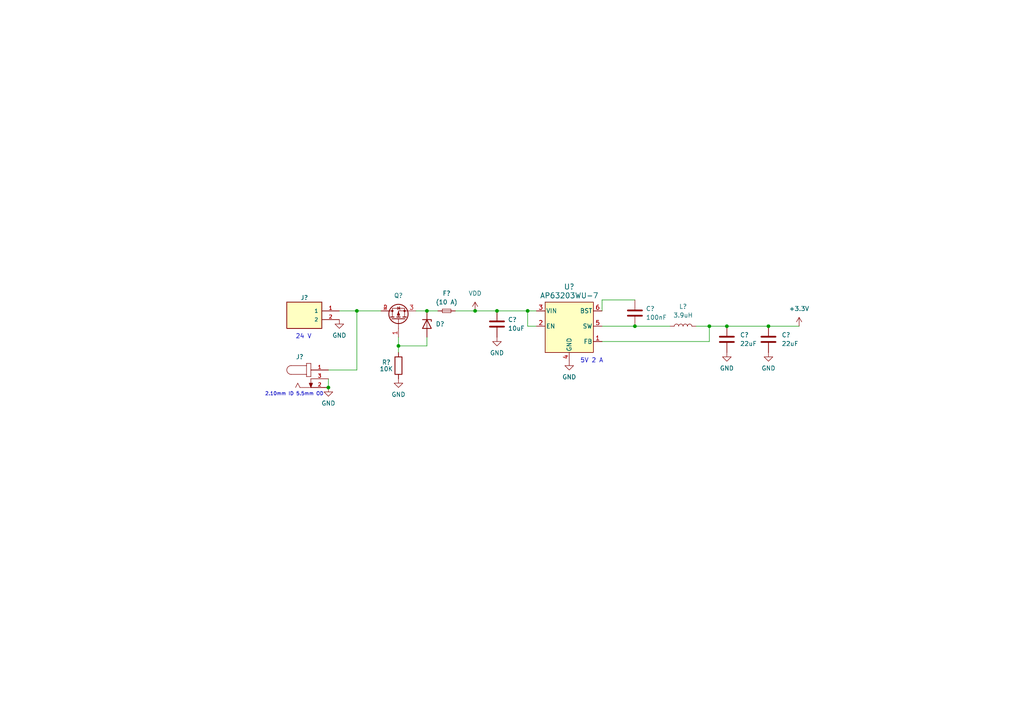
<source format=kicad_sch>
(kicad_sch (version 20230121) (generator eeschema)
  (paper "A4")
  (lib_symbols
    (symbol "Device:C" (pin_numbers hide) (pin_names (offset 0.254))
      (property "Reference" "C" (at 0.635 2.54 0))
      (property "Value" "C" (at 0.635 -2.54 0))
      (symbol "C_0_1"
        (polyline (pts (xy -2.032 -0.762) (xy 2.032 -0.762)) (stroke (width 0.508)))
        (polyline (pts (xy -2.032 0.762) (xy 2.032 0.762)) (stroke (width 0.508)))
      )
      (symbol "C_1_1"
        (pin passive line (at 0 3.81 270) (length 2.794) (name "~") (number "1"))
        (pin passive line (at 0 -3.81 90) (length 2.794) (name "~") (number "2"))
      )
    )
    (symbol "Device:D_Zener" (pin_numbers hide) (pin_names (offset 1.016) hide)
      (property "Reference" "D" (at 0 2.54 0))
      (property "Value" "D_Zener" (at 0 -2.54 0))
      (symbol "D_Zener_0_1"
        (polyline (pts (xy 1.27 0) (xy -1.27 0)))
        (polyline (pts (xy -1.27 -1.27) (xy -1.27 1.27) (xy -0.762 1.27)) (stroke (width 0.254)))
        (polyline (pts (xy 1.27 -1.27) (xy 1.27 1.27) (xy -1.27 0) (xy 1.27 -1.27)) (stroke (width 0.254)))
      )
      (symbol "D_Zener_1_1"
        (pin passive line (at -3.81 0 0) (length 2.54) (name "K") (number "1"))
        (pin passive line (at 3.81 0 180) (length 2.54) (name "A") (number "2"))
      )
    )
    (symbol "Device:Fuse_Small" (pin_numbers hide) (pin_names (offset 0.254) hide)
      (property "Reference" "F" (at 0 -1.524 0))
      (property "Value" "Fuse_Small" (at 0 1.524 0))
      (symbol "Fuse_Small_0_1"
        (rectangle (start -1.27 0.508) (end 1.27 -0.508))
        (polyline (pts (xy -1.27 0) (xy 1.27 0)))
      )
      (symbol "Fuse_Small_1_1"
        (pin passive line (at -2.54 0 0) (length 1.27) (name "~") (number "1"))
        (pin passive line (at 2.54 0 180) (length 1.27) (name "~") (number "2"))
      )
    )
    (symbol "Device:L" (pin_numbers hide) (pin_names (offset 1.016) hide)
      (property "Reference" "L" (at -1.27 0 90))
      (property "Value" "L" (at 1.905 0 90))
      (symbol "L_0_1"
        (arc (start 0 -2.54) (mid 0.6323 -1.905) (end 0 -1.27))
        (arc (start 0 -1.27) (mid 0.6323 -0.635) (end 0 0))
        (arc (start 0 0) (mid 0.6323 0.635) (end 0 1.27))
        (arc (start 0 1.27) (mid 0.6323 1.905) (end 0 2.54))
      )
      (symbol "L_1_1"
        (pin passive line (at 0 3.81 270) (length 1.27) (name "1") (number "1"))
        (pin passive line (at 0 -3.81 90) (length 1.27) (name "2") (number "2"))
      )
    )
    (symbol "Device:R" (pin_numbers hide) (pin_names (offset 0))
      (property "Reference" "R" (at 2.032 0 90))
      (property "Value" "R" (at 0 0 90))
      (symbol "R_0_1"
        (rectangle (start -1.016 -2.54) (end 1.016 2.54) (stroke (width 0.254)))
      )
      (symbol "R_1_1"
        (pin passive line (at 0 3.81 270) (length 1.27) (name "~") (number "1"))
        (pin passive line (at 0 -3.81 90) (length 1.27) (name "~") (number "2"))
      )
    )
    (symbol "connectors:PJ-002A" (pin_names (offset 1.016))
      (property "Reference" "J" (at -7.6212 5.0808 0))
      (property "Value" "PJ-002A" (at -7.6324 -5.0882 0))
      (symbol "PJ-002A_0_0"
        (arc (start -5.715 3.81) (mid -6.9795 2.54) (end -5.715 1.27) (stroke (width 0.1524)))
        (polyline (pts (xy -5.715 3.81) (xy -1.27 3.81)) (stroke (width 0.1524)))
        (polyline (pts (xy -3.81 -1.27) (xy -4.445 -2.54)) (stroke (width 0.1524)))
        (polyline (pts (xy -3.175 -2.54) (xy -3.81 -1.27)) (stroke (width 0.1524)))
        (polyline (pts (xy -1.27 0.635) (xy 0 0.635)) (stroke (width 0.1524)))
        (polyline (pts (xy -1.27 1.27) (xy -5.715 1.27)) (stroke (width 0.1524)))
        (polyline (pts (xy -1.27 1.27) (xy -1.27 0.635)) (stroke (width 0.1524)))
        (polyline (pts (xy -1.27 3.81) (xy -1.27 1.27)) (stroke (width 0.1524)))
        (polyline (pts (xy -1.27 4.445) (xy -1.27 3.81)) (stroke (width 0.1524)))
        (polyline (pts (xy 0 -2.54) (xy -3.175 -2.54)) (stroke (width 0.1524)))
        (polyline (pts (xy 0 0) (xy 0 -2.54)) (stroke (width 0.1524)))
        (polyline (pts (xy 0 0.635) (xy 0 4.445)) (stroke (width 0.1524)))
        (polyline (pts (xy 0 4.445) (xy -1.27 4.445)) (stroke (width 0.1524)))
        (polyline (pts (xy 0 -2.54) (xy -0.508 -1.27) (xy 0.508 -1.27) (xy 0 -2.54)) (stroke (width 0.1524)) (fill (type outline)))
        (pin passive line (at 5.08 2.54 180) (length 5.08) (name "~") (number "1"))
        (pin passive line (at 5.08 -2.54 180) (length 5.08) (name "~") (number "2"))
        (pin passive line (at 5.08 0 180) (length 5.08) (name "~") (number "3"))
      )
    )
    (symbol "connectors:TBP02R2-381-02BE" (pin_names (offset 1.016))
      (property "Reference" "J" (at -5.58 5.08 0))
      (property "Value" "TBP02R2-381-02BE" (at -5.08 -5.08 0))
      (symbol "TBP02R2-381-02BE_0_0"
        (rectangle (start -5.08 -2.54) (end 5.08 5.08) (stroke (width 0.254)) (fill (type background)))
        (pin passive line (at -10.16 2.54 0) (length 5.08) (name "1") (number "1"))
        (pin passive line (at -10.16 0 0) (length 5.08) (name "2") (number "2"))
      )
    )
    (symbol "ldo:AP63205WU-7" (pin_names (offset 0.254))
      (property "Reference" "U" (at 20.32 10.16 0))
      (property "Value" "AP63205WU-7" (at 20.32 7.62 0))
      (symbol "AP63205WU-7_1_1"
        (rectangle (start 6.985 5.08) (end 20.955 -9.525) (stroke (width 0.2)) (fill (type background)))
        (pin input line (at 23.495 -6.35 180) (length 2.54) (name "FB") (number "1"))
        (pin input line (at 4.445 -1.905 0) (length 2.54) (name "EN") (number "2"))
        (pin power_in line (at 4.445 2.54 0) (length 2.54) (name "VIN") (number "3"))
        (pin power_out line (at 13.97 -12.065 90) (length 2.54) (name "GND") (number "4"))
        (pin output line (at 23.495 -1.905 180) (length 2.54) (name "SW") (number "5"))
        (pin input line (at 23.495 2.54 180) (length 2.54) (name "BST") (number "6"))
      )
    )
    (symbol "mosfets:DMP6023LE"
      (property "Reference" "Q" (at 0 0 0))
      (symbol "DMP6023LE_0_1"
        (polyline (pts (xy 3.429 -3.175) (xy 0.635 -3.175)))
        (polyline (pts (xy 3.429 -1.27) (xy 3.429 -5.08)) (stroke (width 0.254)))
        (polyline (pts (xy 3.937 -4.445) (xy 3.937 -5.461)) (stroke (width 0.254)))
        (polyline (pts (xy 3.937 -2.667) (xy 3.937 -3.683)) (stroke (width 0.254)))
        (polyline (pts (xy 3.937 -0.889) (xy 3.937 -1.905)) (stroke (width 0.254)))
        (polyline (pts (xy 5.715 -0.635) (xy 5.715 -1.397)))
        (polyline (pts (xy 5.715 -5.715) (xy 5.715 -3.175) (xy 3.937 -3.175)))
        (polyline (pts (xy 3.937 -1.397) (xy 6.477 -1.397) (xy 6.477 -4.953) (xy 3.937 -4.953)))
        (polyline (pts (xy 5.461 -3.175) (xy 4.445 -2.794) (xy 4.445 -3.556) (xy 5.461 -3.175)) (fill (type outline)))
        (polyline (pts (xy 5.969 -3.683) (xy 6.096 -3.556) (xy 6.858 -3.556) (xy 6.985 -3.429)))
        (polyline (pts (xy 6.477 -3.556) (xy 6.096 -2.921) (xy 6.858 -2.921) (xy 6.477 -3.556)))
        (circle (center 4.826 -3.175) (radius 2.794) (stroke (width 0.254)))
        (circle (center 5.715 -4.953) (radius 0.254) (fill (type outline)))
        (circle (center 5.715 -1.397) (radius 0.254) (fill (type outline)))
      )
      (symbol "DMP6023LE_1_1"
        (pin input line (at -1.905 -3.175 0) (length 2.54) (name "") (number "1"))
        (pin passive line (at 5.715 1.905 270) (length 2.54) (name "") (number "2"))
        (pin passive line (at 5.715 -8.255 90) (length 2.54) (name "") (number "3"))
        (pin passive line (at 5.715 -8.255 90) (length 2.54) hide (name "S") (number "3"))
        (pin passive line (at 5.715 -8.255 90) (length 2.54) hide (name "S") (number "3"))
        (pin passive line (at 5.715 1.905 270) (length 2.54) (name "") (number "4"))
      )
    )
    (symbol "power:+3.3V" (power) (pin_names (offset 0))
      (property "Value" "+3.3V" (at 0 3.556 0))
      (symbol "+3.3V_0_1"
        (polyline (pts (xy -0.762 1.27) (xy 0 2.54)))
        (polyline (pts (xy 0 0) (xy 0 2.54)))
        (polyline (pts (xy 0 2.54) (xy 0.762 1.27)))
      )
      (symbol "+3.3V_1_1"
        (pin power_in line (at 0 0 90) (length 0) hide (name "+3.3V") (number "1"))
      )
    )
    (symbol "power:GND" (power) (pin_names (offset 0))
      (property "Value" "GND" (at 0 -3.81 0))
      (symbol "GND_0_1"
        (polyline (pts (xy 0 0) (xy 0 -1.27) (xy 1.27 -1.27) (xy 0 -2.54) (xy -1.27 -1.27) (xy 0 -1.27)))
      )
      (symbol "GND_1_1"
        (pin power_in line (at 0 0 270) (length 0) hide (name "GND") (number "1"))
      )
    )
    (symbol "power:VDD" (power) (pin_names (offset 0))
      (property "Value" "VDD" (at 0 3.81 0))
      (symbol "VDD_0_1"
        (polyline (pts (xy -0.762 1.27) (xy 0 2.54)))
        (polyline (pts (xy 0 0) (xy 0 2.54)))
        (polyline (pts (xy 0 2.54) (xy 0.762 1.27)))
      )
      (symbol "VDD_1_1"
        (pin power_in line (at 0 0 90) (length 0) hide (name "VDD") (number "1"))
      )
    )
  )
  (junction (at 184.15 94.615))
  (junction (at 210.82 94.615))
  (junction (at 153.035 90.17))
  (junction (at 123.825 90.17))
  (junction (at 115.57 100.33))
  (junction (at 103.505 90.17))
  (junction (at 205.74 94.615))
  (junction (at 95.25 112.395))
  (junction (at 144.145 90.17))
  (junction (at 137.795 90.17))
  (junction (at 222.885 94.615))
  (wire (pts (xy 153.035 94.615) (xy 153.035 90.17)))
  (wire (pts (xy 132.08 90.17) (xy 137.795 90.17)))
  (wire (pts (xy 95.25 109.855) (xy 95.25 112.395)))
  (wire (pts (xy 201.93 94.615) (xy 205.74 94.615)))
  (wire (pts (xy 222.885 94.615) (xy 231.775 94.615)))
  (wire (pts (xy 184.15 94.615) (xy 194.31 94.615)))
  (wire (pts (xy 153.035 90.17) (xy 144.145 90.17)))
  (wire (pts (xy 205.74 94.615) (xy 210.82 94.615)))
  (wire (pts (xy 120.65 90.17) (xy 123.825 90.17)))
  (wire (pts (xy 155.575 94.615) (xy 153.035 94.615)))
  (wire (pts (xy 174.625 86.995) (xy 184.15 86.995)))
  (wire (pts (xy 115.57 100.33) (xy 115.57 102.235)))
  (wire (pts (xy 98.425 90.17) (xy 103.505 90.17)))
  (wire (pts (xy 174.625 94.615) (xy 184.15 94.615)))
  (wire (pts (xy 123.825 90.17) (xy 127 90.17)))
  (wire (pts (xy 103.505 90.17) (xy 110.49 90.17)))
  (wire (pts (xy 137.795 90.17) (xy 144.145 90.17)))
  (wire (pts (xy 205.74 94.615) (xy 205.74 99.06)))
  (wire (pts (xy 115.57 97.79) (xy 115.57 100.33)))
  (wire (pts (xy 115.57 100.33) (xy 123.825 100.33)))
  (wire (pts (xy 95.25 107.315) (xy 103.505 107.315)))
  (wire (pts (xy 155.575 90.17) (xy 153.035 90.17)))
  (wire (pts (xy 103.505 107.315) (xy 103.505 90.17)))
  (wire (pts (xy 174.625 90.17) (xy 174.625 86.995)))
  (wire (pts (xy 205.74 99.06) (xy 174.625 99.06)))
  (wire (pts (xy 123.825 97.79) (xy 123.825 100.33)))
  (wire (pts (xy 210.82 94.615) (xy 222.885 94.615)))
  (text "24 V" (at 85.725 98.425 0) (effects (font (size 1.27 1.27)) (justify left bottom)))
  (text "5V 2 A" (at 168.275 105.41 0) (effects (font (size 1.27 1.27)) (justify left bottom)))
  (text "2.10mm ID 5.5mm OD" (at 76.835 114.935 0) (effects (font (size 1 1)) (justify left bottom)))
  (symbol (lib_id "Device:R") (at 115.57 106.045 180) (unit 1)
    (property "Reference" "R?" (at 113.3475 105.0925 0) (effects (justify left)))
    (property "Value" "10K" (at 113.9825 106.9975 0) (effects (justify left)))
    (property "Footprint" "Resistor_SMD:R_0805_2012Metric" (effects hide))
    (instances (project "phenobottle" (path "" (reference "R?") (unit 1)) (path "" (reference "R?") (unit 1))) (project "excite" (path "" (reference "R1") (unit 1))) (project "u-nit" (path "" (reference "R2") (unit 1))) (project "blackbox" (path "" (reference "R1") (unit 1))))
  )
  (symbol (lib_id "Device:D_Zener") (at 123.825 93.98 270) (unit 1)
    (property "Reference" "D?" (at 126.365 93.98 90) (effects (justify left)))
    (property "Value" "D_Zener" (effects hide))
    (property "Footprint" "diodes:MMSZ4700T1G" (effects hide))
    (instances (project "phenobottle" (path "" (reference "D?") (unit 1)) (path "" (reference "D?") (unit 1))) (project "excite" (path "" (reference "D1") (unit 1))) (project "u-nit" (path "" (reference "D1") (unit 1))))
  )
  (symbol (lib_id "Device:C") (at 210.82 98.425 0) (unit 1)
    (property "Reference" "C?" (at 214.63 97.155 0) (effects (justify left)))
    (property "Value" "22uF" (at 214.63 99.695 0) (effects (justify left)))
    (property "Footprint" "Capacitor_SMD:C_0805_2012Metric" (effects hide))
    (instances (project "phenobottle" (path "" (reference "C?") (unit 1))) (project "excite" (path "" (reference "C3") (unit 1))) (project "u-nit" (path "" (reference "C8") (unit 1))) (project "blackbox" (path "" (reference "C6") (unit 1))))
  )
  (symbol (lib_id "Device:C") (at 184.15 90.805 0) (unit 1)
    (property "Reference" "C?" (at 187.325 89.535 0) (effects (justify left)))
    (property "Value" "100nF" (at 187.325 92.075 0) (effects (justify left)))
    (property "Footprint" "Capacitor_SMD:C_0805_2012Metric" (effects hide))
    (instances (project "phenobottle" (path "" (reference "C?") (unit 1))) (project "excite" (path "" (reference "C2") (unit 1))) (project "u-nit" (path "" (reference "C2") (unit 1))) (project "blackbox" (path "" (reference "C4") (unit 1))))
  )
  (symbol (lib_id "Device:L") (at 198.12 94.615 90) (unit 1)
    (property "Reference" "L?" (at 198.12 88.9 90))
    (property "Value" "3.9uH" (at 198.12 91.44 90))
    (property "Footprint" "inductors:SDE0604A-3R9M" (effects hide))
    (property "Part" "SDE0604A-3R9M" (effects hide))
    (instances (project "phenobottle" (path "" (reference "L?") (unit 1))) (project "excite" (path "" (reference "L1") (unit 1))))
  )
  (symbol (lib_id "power:GND") (at 95.25 112.395 0) (unit 1)
    (property "Reference" "#PWR?" (effects hide))
    (property "Value" "GND" (at 95.25 116.967 0))
    (instances (project "phenobottle" (path "" (reference "#PWR?") (unit 1)) (path "" (reference "#PWR035") (unit 1))) (project "excite" (path "" (reference "#PWR012") (unit 1))) (project "u-nit" (path "" (reference "#PWR03") (unit 1))) (project "blackbox" (path "" (reference "#PWR012") (unit 1))))
  )
  (symbol (lib_id "connectors:TBP02R2-381-02BE") (at 88.265 92.71 0) (mirror y) (unit 1)
    (property "Reference" "J?" (at 88.265 86.36 0))
    (property "Value" "TBP02R2-381-02BE" (effects hide))
    (property "Footprint" "connectors:TBP02R2-381-02BE" (effects hide))
    (property "MF" "CUI Devices" (effects hide))
    (property "Description" "2~24 Poles, Pluggable, Receptacle, Vertical, 3.81 Pitch, Terminal Block Connector" (effects hide))
    (property "Package" "None" (effects hide))
    (property "Price" "None" (effects hide))
    (property "Check_prices" "https://www.snapeda.com/parts/TBP02R2-381-02BE/CUI+Devices/view-part/?ref=eda" (effects hide))
    (property "STANDARD" "Manufacturer Recommendations" (effects hide))
    (property "SnapEDA_Link" "https://www.snapeda.com/parts/TBP02R2-381-02BE/CUI+Devices/view-part/?ref=snap" (effects hide))
    (property "MP" "TBP02R2-381-02BE" (effects hide))
    (property "Purchase-URL" "https://pricing.snapeda.com/search?q=TBP02R2-381-02BE&ref=eda" (effects hide))
    (property "CUI_purchase_URL" "https://www.cuidevices.com/product/interconnect/connectors/terminal-blocks/tbp02r2-381-series?utm_source=snapeda.com&utm_medium=referral&utm_campaign=snapedaBOM" (effects hide))
    (property "Availability" "In Stock" (effects hide))
    (property "MANUFACTURER" "CUI" (effects hide))
    (instances (project "phenobottle" (path "" (reference "J?") (unit 1)) (path "" (reference "J?") (unit 1))) (project "excite" (path "" (reference "J2") (unit 1))) (project "u-nit" (path "" (reference "J1") (unit 1))))
  )
  (symbol (lib_id "power:GND") (at 165.1 104.775 0) (unit 1)
    (property "Reference" "#PWR0107" (effects hide))
    (property "Value" "GND" (at 165.1 109.347 0))
    (instances (project "phenobottle" (path "" (reference "#PWR0107") (unit 1))) (project "excite" (path "" (reference "#PWR017") (unit 1))) (project "u-nit" (path "" (reference "#PWR016") (unit 1))) (project "blackbox" (path "" (reference "#PWR012") (unit 1))))
  )
  (symbol (lib_id "power:GND") (at 210.82 102.235 0) (unit 1)
    (property "Reference" "#PWR0108" (effects hide))
    (property "Value" "GND" (at 210.82 106.807 0))
    (instances (project "phenobottle" (path "" (reference "#PWR0108") (unit 1))) (project "excite" (path "" (reference "#PWR018") (unit 1))) (project "u-nit" (path "" (reference "#PWR016") (unit 1))) (project "blackbox" (path "" (reference "#PWR012") (unit 1))))
  )
  (symbol (lib_id "Device:Fuse_Small") (at 129.54 90.17 180) (unit 1)
    (property "Reference" "F?" (at 129.54 85.09 0))
    (property "Value" "(10 A)" (at 129.54 87.63 0))
    (property "Footprint" "fuses:0154010.DRL" (effects hide))
    (property "Part" "0154010.DRL" (effects hide))
    (instances (project "phenobottle" (path "" (reference "F?") (unit 1)) (path "" (reference "F?") (unit 1))) (project "excite" (path "" (reference "F1") (unit 1))) (project "u-nit" (path "" (reference "F1") (unit 1))))
  )
  (symbol (lib_id "power:VDD") (at 137.795 90.17 0) (unit 1)
    (property "Reference" "#PWR080" (effects hide))
    (property "Value" "VDD" (at 137.795 85.09 0))
    (instances (project "phenobottle" (path "" (reference "#PWR080") (unit 1))) (project "excite" (path "" (reference "#PWR015") (unit 1))) (project "u-nit" (path "" (reference "#PWR011") (unit 1))))
  )
  (symbol (lib_id "Device:C") (at 144.145 93.98 0) (unit 1)
    (property "Reference" "C?" (at 147.32 92.71 0) (effects (justify left)))
    (property "Value" "10uF" (at 147.32 95.25 0) (effects (justify left)))
    (property "Footprint" "Capacitor_SMD:C_0805_2012Metric" (effects hide))
    (instances (project "phenobottle" (path "" (reference "C?") (unit 1))) (project "excite" (path "" (reference "C1") (unit 1))) (project "u-nit" (path "" (reference "C2") (unit 1))) (project "blackbox" (path "" (reference "C4") (unit 1))))
  )
  (symbol (lib_id "connectors:PJ-002A") (at 90.17 109.855 0) (unit 1)
    (property "Reference" "J?" (at 86.9342 103.505 0))
    (property "Value" "PJ-002A" (effects hide))
    (property "Footprint" "connectors:PJ-002A" (effects hide))
    (property "MF" "CUI Devices" (effects hide))
    (property "Description" "2.0 x 6.5 mm, 2.5 A, Horizontal, Through Hole, Dc Power Jack Connector" (effects hide))
    (property "Package" "None" (effects hide))
    (property "Price" "None" (effects hide))
    (property "Check_prices" "https://www.snapeda.com/parts/PJ-002A/CUI+Devices/view-part/?ref=eda" (effects hide))
    (property "STANDARD" "Manufacturer recommendations" (effects hide))
    (property "SnapEDA_Link" "https://www.snapeda.com/parts/PJ-002A/CUI+Devices/view-part/?ref=snap" (effects hide))
    (property "MP" "PJ-002A" (effects hide))
    (property "Purchase-URL" "https://pricing.snapeda.com/search?q=PJ-002A&ref=eda" (effects hide))
    (property "CUI_purchase_URL" "https://www.cuidevices.com/product/interconnect/connectors/dc-power-connectors/jacks/pj-002a?utm_source=snapeda.com&utm_medium=referral&utm_campaign=snapedaBOM" (effects hide))
    (property "Availability" "In Stock" (effects hide))
    (property "MANUFACTURER" "CUI INC" (effects hide))
    (instances (project "phenobottle" (path "" (reference "J?") (unit 1)) (path "" (reference "J?") (unit 1))) (project "excite" (path "" (reference "J3") (unit 1))) (project "u-nit" (path "" (reference "J2") (unit 1))))
  )
  (symbol (lib_id "power:+3.3V") (at 231.775 94.615 0) (unit 1)
    (property "Reference" "#PWR?" (effects hide))
    (property "Value" "+3.3V" (at 231.775 89.535 0))
    (instances (project "phenobottle" (path "" (reference "#PWR?") (unit 1)) (path "" (reference "#PWR062") (unit 1))) (project "excite" (path "" (reference "#PWR020") (unit 1))) (project "u-nit" (path "" (reference "#PWR044") (unit 1))))
  )
  (symbol (lib_id "Device:C") (at 222.885 98.425 0) (unit 1)
    (property "Reference" "C?" (at 226.695 97.155 0) (effects (justify left)))
    (property "Value" "22uF" (at 226.695 99.695 0) (effects (justify left)))
    (property "Footprint" "Capacitor_SMD:C_0805_2012Metric" (effects hide))
    (instances (project "phenobottle" (path "" (reference "C?") (unit 1))) (project "excite" (path "" (reference "C4") (unit 1))) (project "u-nit" (path "" (reference "C8") (unit 1))) (project "blackbox" (path "" (reference "C6") (unit 1))))
  )
  (symbol (lib_id "power:GND") (at 98.425 92.71 0) (unit 1)
    (property "Reference" "#PWR?" (effects hide))
    (property "Value" "GND" (at 98.425 97.282 0))
    (instances (project "phenobottle" (path "" (reference "#PWR?") (unit 1)) (path "" (reference "#PWR037") (unit 1))) (project "excite" (path "" (reference "#PWR013") (unit 1))) (project "u-nit" (path "" (reference "#PWR04") (unit 1))) (project "blackbox" (path "" (reference "#PWR012") (unit 1))))
  )
  (symbol (lib_id "power:GND") (at 144.145 97.79 0) (unit 1)
    (property "Reference" "#PWR0106" (effects hide))
    (property "Value" "GND" (at 144.145 102.362 0))
    (instances (project "phenobottle" (path "" (reference "#PWR0106") (unit 1))) (project "excite" (path "" (reference "#PWR016") (unit 1))) (project "u-nit" (path "" (reference "#PWR08") (unit 1))) (project "blackbox" (path "" (reference "#PWR012") (unit 1))))
  )
  (symbol (lib_id "mosfets:DMP6023LE") (at 112.395 95.885 90) (unit 1)
    (property "Reference" "Q?" (at 115.57 85.725 90))
    (property "Value" "DMP6023LE-13" (effects hide))
    (property "Footprint" "mosfets:DMP6023LE-13" (effects hide))
    (instances (project "phenobottle" (path "" (reference "Q?") (unit 1)) (path "" (reference "Q?") (unit 1))) (project "excite" (path "" (reference "Q1") (unit 1))) (project "u-nit" (path "" (reference "Q1") (unit 1))))
  )
  (symbol (lib_id "ldo:AP63205WU-7") (at 151.13 92.71 0) (unit 1)
    (property "Reference" "U?" (at 165.1 83.185 0) (effects (font (size 1.524 1.524))))
    (property "Value" "AP63203WU-7" (at 165.1 85.725 0) (effects (font (size 1.524 1.524))))
    (property "Footprint" "ldo:AP63205WU-7" (effects hide))
    (property "Datasheet" "AP63205WU-7" (effects hide))
    (property "Part" "AP63203WU-7" (effects hide))
    (instances (project "phenobottle" (path "" (reference "U?") (unit 1))) (project "excite" (path "" (reference "U1") (unit 1))))
  )
  (symbol (lib_id "power:GND") (at 115.57 109.855 0) (unit 1)
    (property "Reference" "#PWR?" (effects hide))
    (property "Value" "GND" (at 115.57 114.427 0))
    (instances (project "phenobottle" (path "" (reference "#PWR?") (unit 1)) (path "" (reference "#PWR039") (unit 1))) (project "excite" (path "" (reference "#PWR014") (unit 1))) (project "u-nit" (path "" (reference "#PWR05") (unit 1))) (project "blackbox" (path "" (reference "#PWR011") (unit 1))))
  )
  (symbol (lib_id "power:GND") (at 222.885 102.235 0) (unit 1)
    (property "Reference" "#PWR0109" (effects hide))
    (property "Value" "GND" (at 222.885 106.807 0))
    (instances (project "phenobottle" (path "" (reference "#PWR0109") (unit 1))) (project "excite" (path "" (reference "#PWR019") (unit 1))) (project "u-nit" (path "" (reference "#PWR016") (unit 1))) (project "blackbox" (path "" (reference "#PWR012") (unit 1))))
  )
)
</source>
